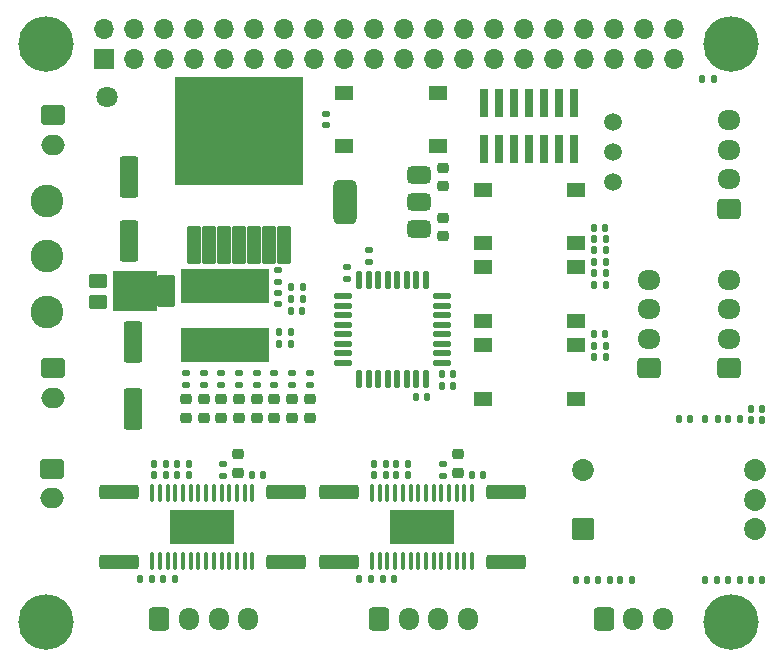
<source format=gbr>
%TF.GenerationSoftware,KiCad,Pcbnew,8.0.0-8.0.0-1~ubuntu22.04.1*%
%TF.CreationDate,2024-03-30T12:30:56+01:00*%
%TF.ProjectId,PAMI_mb,50414d49-5f6d-4622-9e6b-696361645f70,rev?*%
%TF.SameCoordinates,Original*%
%TF.FileFunction,Soldermask,Top*%
%TF.FilePolarity,Negative*%
%FSLAX46Y46*%
G04 Gerber Fmt 4.6, Leading zero omitted, Abs format (unit mm)*
G04 Created by KiCad (PCBNEW 8.0.0-8.0.0-1~ubuntu22.04.1) date 2024-03-30 12:30:56*
%MOMM*%
%LPD*%
G01*
G04 APERTURE LIST*
G04 Aperture macros list*
%AMRoundRect*
0 Rectangle with rounded corners*
0 $1 Rounding radius*
0 $2 $3 $4 $5 $6 $7 $8 $9 X,Y pos of 4 corners*
0 Add a 4 corners polygon primitive as box body*
4,1,4,$2,$3,$4,$5,$6,$7,$8,$9,$2,$3,0*
0 Add four circle primitives for the rounded corners*
1,1,$1+$1,$2,$3*
1,1,$1+$1,$4,$5*
1,1,$1+$1,$6,$7*
1,1,$1+$1,$8,$9*
0 Add four rect primitives between the rounded corners*
20,1,$1+$1,$2,$3,$4,$5,0*
20,1,$1+$1,$4,$5,$6,$7,0*
20,1,$1+$1,$6,$7,$8,$9,0*
20,1,$1+$1,$8,$9,$2,$3,0*%
G04 Aperture macros list end*
%ADD10R,1.550000X1.300000*%
%ADD11RoundRect,0.375000X0.625000X0.375000X-0.625000X0.375000X-0.625000X-0.375000X0.625000X-0.375000X0*%
%ADD12RoundRect,0.500000X0.500000X1.400000X-0.500000X1.400000X-0.500000X-1.400000X0.500000X-1.400000X0*%
%ADD13RoundRect,0.135000X-0.135000X-0.185000X0.135000X-0.185000X0.135000X0.185000X-0.135000X0.185000X0*%
%ADD14RoundRect,0.140000X0.140000X0.170000X-0.140000X0.170000X-0.140000X-0.170000X0.140000X-0.170000X0*%
%ADD15RoundRect,0.135000X-0.185000X0.135000X-0.185000X-0.135000X0.185000X-0.135000X0.185000X0.135000X0*%
%ADD16RoundRect,0.135000X0.135000X0.185000X-0.135000X0.185000X-0.135000X-0.185000X0.135000X-0.185000X0*%
%ADD17RoundRect,0.125000X-0.625000X-0.125000X0.625000X-0.125000X0.625000X0.125000X-0.625000X0.125000X0*%
%ADD18RoundRect,0.125000X-0.125000X-0.625000X0.125000X-0.625000X0.125000X0.625000X-0.125000X0.625000X0*%
%ADD19RoundRect,0.225000X-0.250000X0.225000X-0.250000X-0.225000X0.250000X-0.225000X0.250000X0.225000X0*%
%ADD20RoundRect,0.135000X0.185000X-0.135000X0.185000X0.135000X-0.185000X0.135000X-0.185000X-0.135000X0*%
%ADD21RoundRect,0.250000X0.725000X-0.600000X0.725000X0.600000X-0.725000X0.600000X-0.725000X-0.600000X0*%
%ADD22O,1.950000X1.700000*%
%ADD23C,1.800000*%
%ADD24C,1.854000*%
%ADD25RoundRect,0.102000X-0.825000X-0.825000X0.825000X-0.825000X0.825000X0.825000X-0.825000X0.825000X0*%
%ADD26RoundRect,0.100000X0.100000X-0.637500X0.100000X0.637500X-0.100000X0.637500X-0.100000X-0.637500X0*%
%ADD27R,5.400000X2.850000*%
%ADD28RoundRect,0.250000X-0.550000X1.500000X-0.550000X-1.500000X0.550000X-1.500000X0.550000X1.500000X0*%
%ADD29RoundRect,0.218750X0.256250X-0.218750X0.256250X0.218750X-0.256250X0.218750X-0.256250X-0.218750X0*%
%ADD30RoundRect,0.218750X-0.256250X0.218750X-0.256250X-0.218750X0.256250X-0.218750X0.256250X0.218750X0*%
%ADD31R,0.740000X2.400000*%
%ADD32C,4.700000*%
%ADD33RoundRect,0.250000X-0.750000X0.600000X-0.750000X-0.600000X0.750000X-0.600000X0.750000X0.600000X0*%
%ADD34O,2.000000X1.700000*%
%ADD35RoundRect,0.140000X-0.170000X0.140000X-0.170000X-0.140000X0.170000X-0.140000X0.170000X0.140000X0*%
%ADD36RoundRect,0.102000X-0.500000X-1.470000X0.500000X-1.470000X0.500000X1.470000X-0.500000X1.470000X0*%
%ADD37RoundRect,0.102000X-5.355000X-4.495000X5.355000X-4.495000X5.355000X4.495000X-5.355000X4.495000X0*%
%ADD38RoundRect,0.102000X-0.655000X-0.500000X0.655000X-0.500000X0.655000X0.500000X-0.655000X0.500000X0*%
%ADD39RoundRect,0.102000X-1.775000X-1.610000X1.775000X-1.610000X1.775000X1.610000X-1.775000X1.610000X0*%
%ADD40RoundRect,0.102000X-0.655000X-1.230000X0.655000X-1.230000X0.655000X1.230000X-0.655000X1.230000X0*%
%ADD41RoundRect,0.250000X1.425000X-0.362500X1.425000X0.362500X-1.425000X0.362500X-1.425000X-0.362500X0*%
%ADD42RoundRect,0.250000X-0.600000X-0.725000X0.600000X-0.725000X0.600000X0.725000X-0.600000X0.725000X0*%
%ADD43O,1.700000X1.950000*%
%ADD44C,2.775000*%
%ADD45RoundRect,0.140000X-0.140000X-0.170000X0.140000X-0.170000X0.140000X0.170000X-0.140000X0.170000X0*%
%ADD46RoundRect,0.250000X0.550000X-1.500000X0.550000X1.500000X-0.550000X1.500000X-0.550000X-1.500000X0*%
%ADD47RoundRect,0.140000X0.170000X-0.140000X0.170000X0.140000X-0.170000X0.140000X-0.170000X-0.140000X0*%
%ADD48R,7.500000X3.000000*%
%ADD49C,1.500000*%
%ADD50R,1.700000X1.700000*%
%ADD51O,1.700000X1.700000*%
G04 APERTURE END LIST*
D10*
%TO.C,SW501*%
X174875000Y-66850000D03*
X166925000Y-66850000D03*
X174875000Y-62350000D03*
X166925000Y-62350000D03*
%TD*%
D11*
%TO.C,U103*%
X161550000Y-65700000D03*
X161550000Y-63400000D03*
D12*
X155250000Y-63400000D03*
D11*
X161550000Y-61100000D03*
%TD*%
D13*
%TO.C,R501*%
X176340000Y-67510000D03*
X177360000Y-67510000D03*
%TD*%
D14*
%TO.C,C203*%
X166975000Y-86550000D03*
X166015000Y-86550000D03*
%TD*%
D15*
%TO.C,R116*%
X146300000Y-77890000D03*
X146300000Y-78910000D03*
%TD*%
D13*
%TO.C,R201*%
X159625000Y-86550000D03*
X160645000Y-86550000D03*
%TD*%
%TO.C,R204*%
X157715000Y-85550000D03*
X158735000Y-85550000D03*
%TD*%
D14*
%TO.C,C112*%
X186500000Y-53000000D03*
X185540000Y-53000000D03*
%TD*%
D16*
%TO.C,R111*%
X179610000Y-95400000D03*
X178590000Y-95400000D03*
%TD*%
D14*
%TO.C,C104*%
X164455000Y-79000000D03*
X163495000Y-79000000D03*
%TD*%
D17*
%TO.C,U101*%
X155125000Y-71400000D03*
X155125000Y-72200000D03*
X155125000Y-73000000D03*
X155125000Y-73800000D03*
X155125000Y-74600000D03*
X155125000Y-75400000D03*
X155125000Y-76200000D03*
X155125000Y-77000000D03*
D18*
X156500000Y-78375000D03*
X157300000Y-78375000D03*
X158100000Y-78375000D03*
X158900000Y-78375000D03*
X159700000Y-78375000D03*
X160500000Y-78375000D03*
X161300000Y-78375000D03*
X162100000Y-78375000D03*
D17*
X163475000Y-77000000D03*
X163475000Y-76200000D03*
X163475000Y-75400000D03*
X163475000Y-74600000D03*
X163475000Y-73800000D03*
X163475000Y-73000000D03*
X163475000Y-72200000D03*
X163475000Y-71400000D03*
D18*
X162100000Y-70025000D03*
X161300000Y-70025000D03*
X160500000Y-70025000D03*
X159700000Y-70025000D03*
X158900000Y-70025000D03*
X158100000Y-70025000D03*
X157300000Y-70025000D03*
X156500000Y-70025000D03*
%TD*%
D19*
%TO.C,C118*%
X163600000Y-64725000D03*
X163600000Y-66275000D03*
%TD*%
D20*
%TO.C,R101*%
X157275000Y-68510000D03*
X157275000Y-67490000D03*
%TD*%
D21*
%TO.C,J109*%
X187800000Y-64000000D03*
D22*
X187800000Y-61500000D03*
X187800000Y-59000000D03*
X187800000Y-56500000D03*
%TD*%
D14*
%TO.C,C302*%
X138924260Y-95329491D03*
X137964260Y-95329491D03*
%TD*%
D23*
%TO.C,TP101*%
X135140000Y-54500000D03*
%TD*%
D24*
%TO.C,SW102*%
X189950000Y-91100000D03*
X189950000Y-86100000D03*
X189950000Y-88600000D03*
D25*
X175450000Y-91100000D03*
D24*
X175450000Y-86100000D03*
%TD*%
D26*
%TO.C,U301*%
X138975000Y-93762500D03*
X139625000Y-93762500D03*
X140275000Y-93762500D03*
X140925000Y-93762500D03*
X141575000Y-93762500D03*
X142225000Y-93762500D03*
X142875000Y-93762500D03*
X143525000Y-93762500D03*
X144175000Y-93762500D03*
X144825000Y-93762500D03*
X145475000Y-93762500D03*
X146125000Y-93762500D03*
X146775000Y-93762500D03*
X147425000Y-93762500D03*
X147425000Y-88037500D03*
X146775000Y-88037500D03*
X146125000Y-88037500D03*
X145475000Y-88037500D03*
X144825000Y-88037500D03*
X144175000Y-88037500D03*
X143525000Y-88037500D03*
X142875000Y-88037500D03*
X142225000Y-88037500D03*
X141575000Y-88037500D03*
X140925000Y-88037500D03*
X140275000Y-88037500D03*
X139625000Y-88037500D03*
X138975000Y-88037500D03*
D27*
X143200000Y-90900000D03*
%TD*%
D28*
%TO.C,C116*%
X137300000Y-75300000D03*
X137300000Y-80900000D03*
%TD*%
D16*
%TO.C,R303*%
X140155000Y-86550000D03*
X139135000Y-86550000D03*
%TD*%
%TO.C,R113*%
X151710000Y-71600000D03*
X150690000Y-71600000D03*
%TD*%
D13*
%TO.C,R105*%
X187690000Y-95400000D03*
X188710000Y-95400000D03*
%TD*%
D29*
%TO.C,D104*%
X152300000Y-81687500D03*
X152300000Y-80112500D03*
%TD*%
D30*
%TO.C,D301*%
X146225000Y-84762500D03*
X146225000Y-86337500D03*
%TD*%
D19*
%TO.C,C117*%
X163600000Y-60525000D03*
X163600000Y-62075000D03*
%TD*%
D31*
%TO.C,J103*%
X174700000Y-55000000D03*
X174700000Y-58900000D03*
X173430000Y-55000000D03*
X173430000Y-58900000D03*
X172160000Y-55000000D03*
X172160000Y-58900000D03*
X170890000Y-55000000D03*
X170890000Y-58900000D03*
X169620000Y-55000000D03*
X169620000Y-58900000D03*
X168350000Y-55000000D03*
X168350000Y-58900000D03*
X167080000Y-55000000D03*
X167080000Y-58900000D03*
%TD*%
D13*
%TO.C,R401*%
X176340000Y-68500000D03*
X177360000Y-68500000D03*
%TD*%
D32*
%TO.C,H104*%
X188000000Y-99000000D03*
%TD*%
D33*
%TO.C,J105*%
X130525000Y-77500000D03*
D34*
X130525000Y-80000000D03*
%TD*%
D15*
%TO.C,R108*%
X152300000Y-77890000D03*
X152300000Y-78910000D03*
%TD*%
D35*
%TO.C,C114*%
X149600000Y-71120000D03*
X149600000Y-72080000D03*
%TD*%
D14*
%TO.C,C202*%
X157460000Y-95300000D03*
X156500000Y-95300000D03*
%TD*%
D21*
%TO.C,J107*%
X181000000Y-77500000D03*
D22*
X181000000Y-75000000D03*
X181000000Y-72500000D03*
X181000000Y-70000000D03*
%TD*%
D14*
%TO.C,C501*%
X177330000Y-65600000D03*
X176370000Y-65600000D03*
%TD*%
D30*
%TO.C,D201*%
X164825000Y-84762500D03*
X164825000Y-86337500D03*
%TD*%
D14*
%TO.C,C201*%
X159460000Y-95300000D03*
X158500000Y-95300000D03*
%TD*%
D36*
%TO.C,U102*%
X142490000Y-67010000D03*
X143760000Y-67010000D03*
X145030000Y-67010000D03*
D37*
X146300000Y-57420000D03*
D36*
X146300000Y-67010000D03*
X147570000Y-67010000D03*
X148840000Y-67010000D03*
X150110000Y-67010000D03*
%TD*%
D21*
%TO.C,J110*%
X187800000Y-77500000D03*
D22*
X187800000Y-75000000D03*
X187800000Y-72500000D03*
X187800000Y-70000000D03*
%TD*%
D38*
%TO.C,CR101*%
X134344619Y-70063492D03*
X134344619Y-71903492D03*
D39*
X137494619Y-70983492D03*
D40*
X140154619Y-70983492D03*
%TD*%
D15*
%TO.C,R207*%
X163575000Y-85590000D03*
X163575000Y-86610000D03*
%TD*%
D29*
%TO.C,D106*%
X146300000Y-81687500D03*
X146300000Y-80112500D03*
%TD*%
D13*
%TO.C,R114*%
X176690000Y-95400000D03*
X177710000Y-95400000D03*
%TD*%
D41*
%TO.C,R206*%
X168875000Y-93862500D03*
X168875000Y-87937500D03*
%TD*%
D16*
%TO.C,R502*%
X177360000Y-66550000D03*
X176340000Y-66550000D03*
%TD*%
D10*
%TO.C,SW601*%
X166925000Y-75550000D03*
X174875000Y-75550000D03*
X166925000Y-80050000D03*
X174875000Y-80050000D03*
%TD*%
D14*
%TO.C,C101*%
X164455000Y-78000000D03*
X163495000Y-78000000D03*
%TD*%
D10*
%TO.C,SW401*%
X166925000Y-68950000D03*
X174875000Y-68950000D03*
X166925000Y-73450000D03*
X174875000Y-73450000D03*
%TD*%
D15*
%TO.C,R120*%
X147800000Y-77890000D03*
X147800000Y-78910000D03*
%TD*%
D13*
%TO.C,R301*%
X141025000Y-86550000D03*
X142045000Y-86550000D03*
%TD*%
D16*
%TO.C,R302*%
X142045000Y-85550000D03*
X141025000Y-85550000D03*
%TD*%
D41*
%TO.C,R305*%
X136175000Y-93862500D03*
X136175000Y-87937500D03*
%TD*%
D16*
%TO.C,R109*%
X186810000Y-95400000D03*
X185790000Y-95400000D03*
%TD*%
%TO.C,R202*%
X160645000Y-85550000D03*
X159625000Y-85550000D03*
%TD*%
D42*
%TO.C,J112*%
X139570000Y-98750000D03*
D43*
X142070000Y-98750000D03*
X144570000Y-98750000D03*
X147070000Y-98750000D03*
%TD*%
D29*
%TO.C,D102*%
X149300000Y-81687500D03*
X149300000Y-80112500D03*
%TD*%
D42*
%TO.C,J102*%
X177200000Y-98750000D03*
D43*
X179700000Y-98750000D03*
X182200000Y-98750000D03*
%TD*%
D16*
%TO.C,R402*%
X177360000Y-69450000D03*
X176340000Y-69450000D03*
%TD*%
D14*
%TO.C,C303*%
X148375000Y-86550000D03*
X147415000Y-86550000D03*
%TD*%
D44*
%TO.C,SW101*%
X130025000Y-63300000D03*
X130025000Y-68000000D03*
X130025000Y-72700000D03*
%TD*%
D45*
%TO.C,C107*%
X183520000Y-81800000D03*
X184480000Y-81800000D03*
%TD*%
D14*
%TO.C,C110*%
X175780000Y-95400000D03*
X174820000Y-95400000D03*
%TD*%
D13*
%TO.C,R601*%
X176340000Y-76550000D03*
X177360000Y-76550000D03*
%TD*%
D41*
%TO.C,R205*%
X154775000Y-93862500D03*
X154775000Y-87937500D03*
%TD*%
D29*
%TO.C,D101*%
X141800000Y-81687500D03*
X141800000Y-80112500D03*
%TD*%
D42*
%TO.C,J111*%
X158170000Y-98750000D03*
D43*
X160670000Y-98750000D03*
X163170000Y-98750000D03*
X165670000Y-98750000D03*
%TD*%
D13*
%TO.C,R112*%
X150690000Y-70600000D03*
X151710000Y-70600000D03*
%TD*%
D32*
%TO.C,H101*%
X130000000Y-50000000D03*
%TD*%
D15*
%TO.C,R110*%
X143300000Y-77890000D03*
X143300000Y-78910000D03*
%TD*%
D45*
%TO.C,C106*%
X189612129Y-95398128D03*
X190572129Y-95398128D03*
%TD*%
D29*
%TO.C,D105*%
X143300000Y-81687500D03*
X143300000Y-80112500D03*
%TD*%
D14*
%TO.C,C601*%
X177330000Y-74600000D03*
X176370000Y-74600000D03*
%TD*%
D15*
%TO.C,R104*%
X149300000Y-77890000D03*
X149300000Y-78910000D03*
%TD*%
D29*
%TO.C,D107*%
X144800000Y-81687500D03*
X144800000Y-80112500D03*
%TD*%
D46*
%TO.C,C115*%
X137000000Y-66700000D03*
X137000000Y-61300000D03*
%TD*%
D41*
%TO.C,R306*%
X150275000Y-93862500D03*
X150275000Y-87937500D03*
%TD*%
D26*
%TO.C,U201*%
X157575000Y-93762500D03*
X158225000Y-93762500D03*
X158875000Y-93762500D03*
X159525000Y-93762500D03*
X160175000Y-93762500D03*
X160825000Y-93762500D03*
X161475000Y-93762500D03*
X162125000Y-93762500D03*
X162775000Y-93762500D03*
X163425000Y-93762500D03*
X164075000Y-93762500D03*
X164725000Y-93762500D03*
X165375000Y-93762500D03*
X166025000Y-93762500D03*
X166025000Y-88037500D03*
X165375000Y-88037500D03*
X164725000Y-88037500D03*
X164075000Y-88037500D03*
X163425000Y-88037500D03*
X162775000Y-88037500D03*
X162125000Y-88037500D03*
X161475000Y-88037500D03*
X160825000Y-88037500D03*
X160175000Y-88037500D03*
X159525000Y-88037500D03*
X158875000Y-88037500D03*
X158225000Y-88037500D03*
X157575000Y-88037500D03*
D27*
X161800000Y-90900000D03*
%TD*%
D16*
%TO.C,R203*%
X158755000Y-86550000D03*
X157735000Y-86550000D03*
%TD*%
D15*
%TO.C,R106*%
X150800000Y-77890000D03*
X150800000Y-78910000D03*
%TD*%
D29*
%TO.C,D103*%
X150800000Y-81687500D03*
X150800000Y-80112500D03*
%TD*%
%TO.C,D108*%
X147800000Y-81687500D03*
X147800000Y-80112500D03*
%TD*%
D45*
%TO.C,C103*%
X161295000Y-79900000D03*
X162255000Y-79900000D03*
%TD*%
D33*
%TO.C,J104*%
X130512723Y-86008593D03*
D34*
X130512723Y-88508593D03*
%TD*%
D32*
%TO.C,H102*%
X188000000Y-50000000D03*
%TD*%
D14*
%TO.C,C401*%
X177341518Y-70428371D03*
X176381518Y-70428371D03*
%TD*%
D15*
%TO.C,R119*%
X144800000Y-77890000D03*
X144800000Y-78910000D03*
%TD*%
D10*
%TO.C,SW103*%
X163175000Y-58650000D03*
X155225000Y-58650000D03*
X163175000Y-54150000D03*
X155225000Y-54150000D03*
%TD*%
D14*
%TO.C,C111*%
X151680000Y-72600000D03*
X150720000Y-72600000D03*
%TD*%
D47*
%TO.C,C109*%
X153700000Y-56880000D03*
X153700000Y-55920000D03*
%TD*%
D13*
%TO.C,R117*%
X149680000Y-75400000D03*
X150700000Y-75400000D03*
%TD*%
D15*
%TO.C,R102*%
X141800000Y-77890000D03*
X141800000Y-78910000D03*
%TD*%
%TO.C,R307*%
X144975000Y-85590000D03*
X144975000Y-86610000D03*
%TD*%
D48*
%TO.C,L101*%
X145100000Y-70500000D03*
X145100000Y-75500000D03*
%TD*%
D33*
%TO.C,J106*%
X130525000Y-56050000D03*
D34*
X130525000Y-58550000D03*
%TD*%
D15*
%TO.C,R115*%
X149600000Y-69190000D03*
X149600000Y-70210000D03*
%TD*%
D14*
%TO.C,C301*%
X140858320Y-95322328D03*
X139898320Y-95322328D03*
%TD*%
D16*
%TO.C,R107*%
X186820000Y-81800000D03*
X185800000Y-81800000D03*
%TD*%
%TO.C,R602*%
X177360000Y-75560000D03*
X176340000Y-75560000D03*
%TD*%
%TO.C,R103*%
X188710000Y-81800000D03*
X187690000Y-81800000D03*
%TD*%
D47*
%TO.C,C102*%
X155410609Y-69905319D03*
X155410609Y-68945319D03*
%TD*%
D49*
%TO.C,J108*%
X178000000Y-61740000D03*
X178000000Y-59200000D03*
X178000000Y-56660000D03*
%TD*%
D32*
%TO.C,H103*%
X130000000Y-99000000D03*
%TD*%
D13*
%TO.C,R304*%
X139115000Y-85550000D03*
X140135000Y-85550000D03*
%TD*%
D45*
%TO.C,C113*%
X189620000Y-80899720D03*
X190580000Y-80899720D03*
%TD*%
D16*
%TO.C,R118*%
X150700000Y-74400000D03*
X149680000Y-74400000D03*
%TD*%
D45*
%TO.C,C105*%
X189620000Y-81829491D03*
X190580000Y-81829491D03*
%TD*%
D50*
%TO.C,J101*%
X134870000Y-51270000D03*
D51*
X134870000Y-48730000D03*
X137410000Y-51270000D03*
X137410000Y-48730000D03*
X139950000Y-51270000D03*
X139950000Y-48730000D03*
X142490000Y-51270000D03*
X142490000Y-48730000D03*
X145030000Y-51270000D03*
X145030000Y-48730000D03*
X147570000Y-51270000D03*
X147570000Y-48730000D03*
X150110000Y-51270000D03*
X150110000Y-48730000D03*
X152650000Y-51270000D03*
X152650000Y-48730000D03*
X155190000Y-51270000D03*
X155190000Y-48730000D03*
X157730000Y-51270000D03*
X157730000Y-48730000D03*
X160270000Y-51270000D03*
X160270000Y-48730000D03*
X162810000Y-51270000D03*
X162810000Y-48730000D03*
X165350000Y-51270000D03*
X165350000Y-48730000D03*
X167890000Y-51270000D03*
X167890000Y-48730000D03*
X170430000Y-51270000D03*
X170430000Y-48730000D03*
X172970000Y-51270000D03*
X172970000Y-48730000D03*
X175510000Y-51270000D03*
X175510000Y-48730000D03*
X178050000Y-51270000D03*
X178050000Y-48730000D03*
X180590000Y-51270000D03*
X180590000Y-48730000D03*
X183130000Y-51270000D03*
X183130000Y-48730000D03*
%TD*%
M02*

</source>
